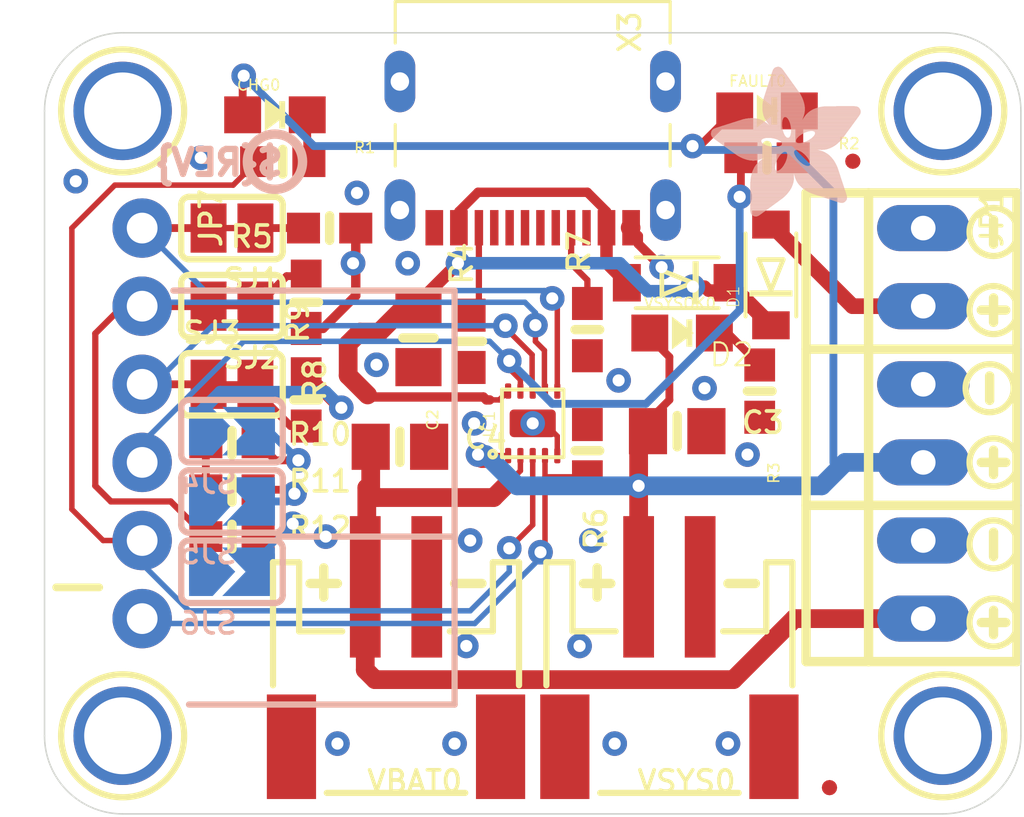
<source format=kicad_pcb>
(kicad_pcb (version 20241229) (generator "pcbnew") (generator_version "9.0")
  (layers (0 "F.Cu" signal) (2 "B.Cu" signal) (13 "F.Paste" user) (15 "B.Paste" user) (5 "F.SilkS" user "F.Silkscreen") (7 "B.SilkS" user "B.Silkscreen") (1 "F.Mask" user) (3 "B.Mask" user) (25 "Edge.Cuts" user))
  (net 0 "")
  (net 1 "N$1")
  (net 2 "N$2")
  (net 3 "5.0V")
  (net 4 "STAT1")
  (net 5 "STAT2")
  (net 6 "GND")
  (net 7 "N$12")
  (net 8 "VBAT")
  (net 9 "VBUS")
  (net 10 "THERM")
  (net 11 "/CE")
  (net 12 "N$4")
  (net 13 "N$6")
  (net 14 "ISET")
  (net 15 "VSET")
  (net 16 "N$3")
  (net 17 "N$5")
  (net 18 "N$7")
  (net 19 "N$8")
  (net 20 "N$9")
  (net 21 "N$10")
  (net 22 "USB")
  (net 23 "N$11")
  (footprint "Adafruit bq25185 Breakout:CHIPLED_0805_NOOUTLINE" (layer "F.Cu") (at 153.3591 102.0666 -90)
    (property "Reference" "VSYSOK0" (at -0.762 1.27 0) (layer "F.SilkS") (effects (font (size 0.35308 0.35308) (thickness 0.05332)) (justify left bottom)))
    (property "Value" "GREEN")
    (pad "A" smd rect (at 0 1.05 270) (size 1.2 1.2) (layers "F.Cu" "F.Mask" "F.Paste") (net 3 "5.0V"))
    (pad "C" smd rect (at 0 -1.05 270) (size 1.2 1.2) (layers "F.Cu" "F.Mask" "F.Paste") (net 7 "N$12"))
  )
  (footprint "Adafruit bq25185 Breakout:0603-NO" (layer "F.Cu") (at 138.7221 105.6386)
    (property "Reference" "R10" (at 1.778 0.127 0) (layer "F.SilkS") (effects (font (size 0.692831 0.692831) (thickness 0.119969)) (justify left bottom)))
    (property "Value" "300")
    (pad "1" smd rect (at -0.85 0) (size 1.075 1) (layers "F.Cu" "F.Mask" "F.Paste") (net 14 "ISET"))
    (pad "2" smd rect (at 0.85 0) (size 1.075 1) (layers "F.Cu" "F.Mask" "F.Paste") (net 19 "N$8"))
  )
  (footprint "Adafruit bq25185 Breakout:MOUNTINGHOLE_2.5_PLATED" (layer "F.Cu") (at 135.1661 115.1636)
    (property "Reference" "U$19" (hide yes))
    (property "Value" "MOUNTINGHOLE2.5" (hide yes))
    (pad "P$1" thru_hole circle (at 0 0) (size 3.2 3.2) (drill 2.5) (layers "*.Cu" "*.Mask"))
  )
  (footprint "Adafruit bq25185 Breakout:SYMBOL_PLUS" (layer "F.Cu") (at 163.4871 111.4806)
    (property "Reference" "U$28" (hide yes))
    (property "Value" "" (hide yes))
  )
  (footprint "Adafruit bq25185 Breakout:PLABEL5" (layer "F.Cu") (at 132.8801 98.6536)
    (property "Reference" "PLABEL5" (hide yes))
    (property "Value" "" (hide yes))
  )
  (footprint "Adafruit bq25185 Breakout:0603-NO" (layer "F.Cu") (at 156.1211 96.3676)
    (property "Reference" "R2" (at 2.286 -0.254 0) (layer "F.SilkS") (effects (font (size 0.35308 0.35308) (thickness 0.05332)) (justify left bottom)))
    (property "Value" "1K")
    (pad "1" smd rect (at -0.85 0) (size 1.075 1) (layers "F.Cu" "F.Mask" "F.Paste") (net 4 "STAT1"))
    (pad "2" smd rect (at 0.85 0) (size 1.075 1) (layers "F.Cu" "F.Mask" "F.Paste") (net 2 "N$2"))
  )
  (footprint "Adafruit bq25185 Breakout:USB_C_CUSB31-CFM2AX-01-X" (layer "F.Cu") (at 148.5011 96.3676 180)
    (property "Reference" "X3" (at -2.75 4.83 90) (layer "F.SilkS") (effects (font (size 0.692831 0.692831) (thickness 0.119969)) (justify right top)))
    (property "Value" "USBC")
    (pad "" np_thru_hole circle (at -2.89 -1.2 180) (size 0.65 0.65) (drill 0.65) (layers "*.Cu" "*.Mask"))
    (pad "" np_thru_hole circle (at 2.89 -1.2 180) (size 0.65 0.65) (drill 0.65) (layers "*.Cu" "*.Mask"))
    (pad "A1B12" smd rect (at -3.2 -2.275 180) (size 0.575 1.15) (layers "F.Cu" "F.Mask") (net 6 "GND"))
    (pad "A4B9" smd rect (at -2.4 -2.275 180) (size 0.575 1.15) (layers "F.Cu" "F.Mask") (net 22 "USB"))
    (pad "A5" smd rect (at -1.25 -2.275 180) (size 0.275 1.15) (layers "F.Cu" "F.Mask" "F.Paste") (net 13 "N$6"))
    (pad "A6" smd rect (at -0.25 -2.275 180) (size 0.275 1.15) (layers "F.Cu" "F.Mask" "F.Paste"))
    (pad "A7" smd rect (at 0.25 -2.275 180) (size 0.275 1.15) (layers "F.Cu" "F.Mask" "F.Paste"))
    (pad "A8" smd rect (at 1.25 -2.275 180) (size 0.275 1.15) (layers "F.Cu" "F.Mask" "F.Paste"))
    (pad "B1A12" smd rect (at 3.2 -2.275 180) (size 0.575 1.15) (layers "F.Cu" "F.Mask") (net 6 "GND"))
    (pad "B4A9" smd rect (at 2.4 -2.275 180) (size 0.575 1.15) (layers "F.Cu" "F.Mask") (net 22 "USB"))
    (pad "B5" smd rect (at 1.75 -2.275 180) (size 0.275 1.15) (layers "F.Cu" "F.Mask" "F.Paste") (net 12 "N$4"))
    (pad "B6" smd rect (at 0.75 -2.275 180) (size 0.275 1.15) (layers "F.Cu" "F.Mask" "F.Paste"))
    (pad "B7" smd rect (at -0.75 -2.275 180) (size 0.275 1.15) (layers "F.Cu" "F.Mask" "F.Paste"))
    (pad "B8" smd rect (at -1.75 -2.275 180) (size 0.275 1.15) (layers "F.Cu" "F.Mask" "F.Paste"))
    (pad "M1" thru_hole oval (at -4.32 -1.7 270) (size 2 1) (drill 0.6) (layers "*.Cu" "*.Mask"))
    (pad "M2" thru_hole oval (at 4.32 -1.7 270) (size 2 1) (drill 0.6) (layers "*.Cu" "*.Mask"))
    (pad "M3" thru_hole oval (at -4.32 2.48 270) (size 2 1) (drill 0.6) (layers "*.Cu" "*.Mask"))
    (pad "M4" thru_hole oval (at 4.32 2.48 270) (size 2 1) (drill 0.6) (layers "*.Cu" "*.Mask"))
  )
  (footprint "Adafruit bq25185 Breakout:PLABEL12" (layer "F.Cu") (at 133.0071 108.8136)
    (property "Reference" "PLABEL12" (hide yes))
    (property "Value" "" (hide yes))
  )
  (footprint "Adafruit bq25185 Breakout:SYMBOL_MINUS" (layer "F.Cu") (at 163.4871 108.9406 90)
    (property "Reference" "U$26" (hide yes))
    (property "Value" "" (hide yes))
  )
  (footprint "Adafruit bq25185 Breakout:0603-NO" (layer "F.Cu") (at 140.3731 96.4946)
    (property "Reference" "R1" (at 2.286 -0.254 0) (layer "F.SilkS") (effects (font (size 0.35308 0.35308) (thickness 0.05332)) (justify left bottom)))
    (property "Value" "1K")
    (pad "1" smd rect (at -0.85 0) (size 1.075 1) (layers "F.Cu" "F.Mask" "F.Paste") (net 5 "STAT2"))
    (pad "2" smd rect (at 0.85 0) (size 1.075 1) (layers "F.Cu" "F.Mask" "F.Paste") (net 1 "N$1"))
  )
  (footprint "Adafruit bq25185 Breakout:1X06_ROUND_76" (layer "F.Cu") (at 135.8011 105.0036 -90)
    (property "Reference" "JP7" (at -7.6962 -1.8288 90) (layer "F.SilkS") (effects (font (size 0.692831 0.692831) (thickness 0.119969)) (justify right top)))
    (property "Value" "")
    (pad "1" thru_hole circle (at -6.35 0) (size 1.9304 1.9304) (drill 1) (layers "*.Cu" "*.Mask") (net 10 "THERM"))
    (pad "2" thru_hole circle (at -3.81 0) (size 1.9304 1.9304) (drill 1) (layers "*.Cu" "*.Mask") (net 15 "VSET"))
    (pad "3" thru_hole circle (at -1.27 0) (size 1.9304 1.9304) (drill 1) (layers "*.Cu" "*.Mask") (net 14 "ISET"))
    (pad "4" thru_hole circle (at 1.27 0) (size 1.9304 1.9304) (drill 1) (layers "*.Cu" "*.Mask") (net 4 "STAT1"))
    (pad "5" thru_hole circle (at 3.81 0) (size 1.9304 1.9304) (drill 1) (layers "*.Cu" "*.Mask") (net 5 "STAT2"))
    (pad "6" thru_hole circle (at 6.35 0) (size 1.9304 1.9304) (drill 1) (layers "*.Cu" "*.Mask") (net 11 "/CE"))
  )
  (footprint "Adafruit bq25185 Breakout:SOD-123FL" (layer "F.Cu") (at 156.2481 100.1776 90)
    (property "Reference" "D1" (at -1.1 -1 90) (layer "F.SilkS") (effects (font (size 0.376489 0.376489) (thickness 0.029911)) (justify left bottom)))
    (property "Value" "MBRX120")
    (pad "A" smd rect (at 1.6375 0 90) (size 0.91 1.22) (layers "F.Cu" "F.Mask" "F.Paste") (net 23 "N$11"))
    (pad "C" smd rect (at -1.6375 0 90) (size 0.91 1.22) (layers "F.Cu" "F.Mask" "F.Paste") (net 9 "VBUS"))
  )
  (footprint "Adafruit bq25185 Breakout:0805-NO" (layer "F.Cu") (at 144.1831 105.7656)
    (property "Reference" "C4" (at 2.032 0.127 0) (layer "F.SilkS") (effects (font (size 0.692831 0.692831) (thickness 0.119969)) (justify left bottom)))
    (property "Value" "22uF")
    (pad "1" smd rect (at -0.95 0) (size 1.24 1.5) (layers "F.Cu" "F.Mask" "F.Paste") (net 8 "VBAT"))
    (pad "2" smd rect (at 0.95 0) (size 1.24 1.5) (layers "F.Cu" "F.Mask" "F.Paste") (net 6 "GND"))
  )
  (footprint "Adafruit bq25185 Breakout:SYMBOL_PLUS" (layer "F.Cu") (at 163.4871 106.2736)
    (property "Reference" "U$23" (hide yes))
    (property "Value" "" (hide yes))
  )
  (footprint "Adafruit bq25185 Breakout:PLABEL14" (layer "F.Cu") (at 139.2301 117.3226 90)
    (property "Reference" "PLABEL14" (hide yes))
    (property "Value" "" (hide yes))
  )
  (footprint "Adafruit bq25185 Breakout:PLABEL0" (layer "F.Cu") (at 151.1681 107.7976)
    (property "Reference" "PLABEL0" (hide yes))
    (property "Value" "" (hide yes))
  )
  (footprint "Adafruit bq25185 Breakout:SOLDERJUMPER_CLOSEDWIRE" (layer "F.Cu") (at 138.7221 103.7336)
    (property "Reference" "SJ3" (at -1.651 -1.27 0) (layer "F.SilkS") (effects (font (size 0.692831 0.692831) (thickness 0.119969)) (justify left bottom)))
    (property "Value" "")
    (pad "1" smd rect (at -0.762 0) (size 1.1684 1.6002) (layers "F.Cu") (net 14 "ISET"))
    (pad "2" smd rect (at 0.762 0) (size 1.1684 1.6002) (layers "F.Cu") (net 18 "N$7"))
    (pad "WIRE" smd rect (at 0 0 180) (size 0.635 0.2032) (layers "F.Cu"))
  )
  (footprint "Adafruit bq25185 Breakout:JSTPH2_BATT" (layer "F.Cu") (at 152.9461 112.6236 180)
    (property "Reference" "VSYS0" (at -2.2225 -3.6195 0) (layer "F.SilkS") (effects (font (size 0.692831 0.692831) (thickness 0.119969)) (justify right top)))
    (property "Value" "JST2PH")
    (pad "1" smd rect (at -1 2.303 180) (size 1 4.6) (layers "F.Cu" "F.Mask" "F.Paste") (net 6 "GND"))
    (pad "2" smd rect (at 1 2.303 180) (size 1 4.6) (layers "F.Cu" "F.Mask" "F.Paste") (net 3 "5.0V"))
    (pad "NC1" smd rect (at -3.4 -2.897 270) (size 3.4 1.6) (layers "F.Cu" "F.Mask" "F.Paste") (net 6 "GND"))
    (pad "NC2" smd rect (at 3.4 -2.897 270) (size 3.4 1.6) (layers "F.Cu" "F.Mask" "F.Paste") (net 6 "GND"))
  )
  (footprint "Adafruit bq25185 Breakout:SYMBOL_MINUS" (layer "F.Cu") (at 163.4871 98.7806 90)
    (property "Reference" "U$25" (hide yes))
    (property "Value" "" (hide yes))
  )
  (footprint "Adafruit bq25185 Breakout:PLABEL2" (layer "F.Cu") (at 151.5031 104.2876)
    (property "Reference" "PLABEL2" (hide yes))
    (property "Value" "" (hide yes))
  )
  (footprint "Adafruit bq25185 Breakout:CHIPLED_0805_NOOUTLINE" (layer "F.Cu") (at 156.1211 94.8436 -90)
    (property "Reference" "FAULT0" (at -0.762 1.27 0) (layer "F.SilkS") (effects (font (size 0.35308 0.35308) (thickness 0.05332)) (justify left bottom)))
    (property "Value" "RED")
    (pad "A" smd rect (at 0 1.05 270) (size 1.2 1.2) (layers "F.Cu" "F.Mask" "F.Paste") (net 3 "5.0V"))
    (pad "C" smd rect (at 0 -1.05 270) (size 1.2 1.2) (layers "F.Cu" "F.Mask" "F.Paste") (net 2 "N$2"))
  )
  (footprint "Adafruit bq25185 Breakout:0603-NO" (layer "F.Cu") (at 141.1351 101.0666 -90)
    (property "Reference" "R8" (at 1.778 0.127 90) (layer "F.SilkS") (effects (font (size 0.692831 0.692831) (thickness 0.119969)) (justify right top)))
    (property "Value" "13K")
    (pad "1" smd rect (at -0.85 0 270) (size 1.075 1) (layers "F.Cu" "F.Mask" "F.Paste") (net 16 "N$3"))
    (pad "2" smd rect (at 0.85 0 270) (size 1.075 1) (layers "F.Cu" "F.Mask" "F.Paste") (net 6 "GND"))
  )
  (footprint "Adafruit bq25185 Breakout:SYMBOL_MINUS" (layer "F.Cu") (at 163.3601 103.8606 90)
    (property "Reference" "U$24" (hide yes))
    (property "Value" "" (hide yes))
  )
  (footprint "Adafruit bq25185 Breakout:CHIPLED_0805_NOOUTLINE" (layer "F.Cu") (at 140.1191 94.9706 -90)
    (property "Reference" "CHG0" (at -0.762 1.27 0) (layer "F.SilkS") (effects (font (size 0.35308 0.35308) (thickness 0.05332)) (justify left bottom)))
    (property "Value" "ORANGE" (hide yes))
    (pad "A" smd rect (at 0 1.05 270) (size 1.2 1.2) (layers "F.Cu" "F.Mask" "F.Paste") (net 3 "5.0V"))
    (pad "C" smd rect (at 0 -1.05 270) (size 1.2 1.2) (layers "F.Cu" "F.Mask" "F.Paste") (net 1 "N$1"))
  )
  (footprint "Adafruit bq25185 Breakout:0603-NO" (layer "F.Cu") (at 150.2791 101.9556 90)
    (property "Reference" "R7" (at 1.778 0.127 90) (layer "F.SilkS") (effects (font (size 0.692831 0.692831) (thickness 0.119969)) (justify left bottom)))
    (property "Value" "5.1K")
    (pad "1" smd rect (at -0.85 0 90) (size 1.075 1) (layers "F.Cu" "F.Mask" "F.Paste") (net 6 "GND"))
    (pad "2" smd rect (at 0.85 0 90) (size 1.075 1) (layers "F.Cu" "F.Mask" "F.Paste") (net 13 "N$6"))
  )
  (footprint "Adafruit bq25185 Breakout:SOLDERJUMPER_CLOSEDWIRE" (layer "F.Cu") (at 138.7221 101.1936 180)
    (property "Reference" "SJ2" (at -1.651 -1.27 0) (layer "F.SilkS") (effects (font (size 0.692831 0.692831) (thickness 0.119969)) (justify right top)))
    (property "Value" "")
    (pad "1" smd rect (at -0.762 0 180) (size 1.1684 1.6002) (layers "F.Cu") (net 16 "N$3"))
    (pad "2" smd rect (at 0.762 0 180) (size 1.1684 1.6002) (layers "F.Cu") (net 15 "VSET"))
    (pad "WIRE" smd rect (at 0 0) (size 0.635 0.2032) (layers "F.Cu"))
  )
  (footprint "Adafruit bq25185 Breakout:1X06_OVALWAVE" (layer "F.Cu") (at 161.2011 105.0036 -90)
    (property "Reference" "JP1" (at -7.6962 -1.8288 90) (layer "F.SilkS") (effects (font (size 0.692831 0.692831) (thickness 0.119969)) (justify right top)))
    (property "Value" "")
    (pad "1" thru_hole oval (at -6.35 0) (size 3 1.5) (drill 0.8) (layers "*.Cu" "*.Mask") (net 6 "GND"))
    (pad "2" thru_hole oval (at -3.81 0) (size 3 1.5) (drill 0.8) (layers "*.Cu" "*.Mask") (net 23 "N$11"))
    (pad "3" thru_hole oval (at -1.27 0) (size 3 1.5) (drill 0.8) (layers "*.Cu" "*.Mask") (net 6 "GND"))
    (pad "4" thru_hole oval (at 1.27 0) (size 3 1.5) (drill 0.8) (layers "*.Cu" "*.Mask") (net 3 "5.0V"))
    (pad "5" thru_hole oval (at 3.81 0) (size 3 1.5) (drill 0.8) (layers "*.Cu" "*.Mask") (net 6 "GND"))
    (pad "6" thru_hole oval (at 6.35 0) (size 3 1.5) (drill 0.8) (layers "*.Cu" "*.Mask") (net 8 "VBAT"))
  )
  (footprint "Adafruit bq25185 Breakout:0805-NO" (layer "F.Cu") (at 144.7861 102.2256 -90)
    (property "Reference" "C2" (at 2.286 -0.254 90) (layer "F.SilkS") (effects (font (size 0.35308 0.35308) (thickness 0.05332)) (justify right top)))
    (property "Value" "22uF")
    (pad "1" smd rect (at -0.95 0 270) (size 1.24 1.5) (layers "F.Cu" "F.Mask" "F.Paste") (net 9 "VBUS"))
    (pad "2" smd rect (at 0.95 0 270) (size 1.24 1.5) (layers "F.Cu" "F.Mask" "F.Paste") (net 6 "GND"))
  )
  (footprint "Adafruit bq25185 Breakout:0603-NO" (layer "F.Cu") (at 141.8971 98.6536 180)
    (property "Reference" "R5" (at 1.778 0.127 0) (layer "F.SilkS") (effects (font (size 0.692831 0.692831) (thickness 0.119969)) (justify right top)))
    (property "Value" "10K")
    (pad "1" smd rect (at -0.85 0 180) (size 1.075 1) (layers "F.Cu" "F.Mask" "F.Paste") (net 6 "GND"))
    (pad "2" smd rect (at 0.85 0 180) (size 1.075 1) (layers "F.Cu" "F.Mask" "F.Paste") (net 17 "N$5"))
  )
  (footprint "Adafruit bq25185 Breakout:PLABEL11" (layer "F.Cu") (at 133.0071 106.2736)
    (property "Reference" "PLABEL11" (hide yes))
    (property "Value" "" (hide yes))
  )
  (footprint "Adafruit bq25185 Breakout:PLABEL1" (layer "F.Cu") (at 141.7701 107.9246)
    (property "Reference" "PLABEL1" (hide yes))
    (property "Value" "" (hide yes))
  )
  (footprint "Adafruit bq25185 Breakout:0603-NO" (layer "F.Cu") (at 150.2791 105.8926 -90)
    (property "Reference" "R6" (at 1.778 0.127 90) (layer "F.SilkS") (effects (font (size 0.692831 0.692831) (thickness 0.119969)) (justify right top)))
    (property "Value" "10K")
    (pad "1" smd rect (at -0.85 0 270) (size 1.075 1) (layers "F.Cu" "F.Mask" "F.Paste") (net 6 "GND"))
    (pad "2" smd rect (at 0.85 0 270) (size 1.075 1) (layers "F.Cu" "F.Mask" "F.Paste") (net 11 "/CE"))
  )
  (footprint "Adafruit bq25185 Breakout:MOUNTINGHOLE_2.5_PLATED" (layer "F.Cu") (at 161.8361 115.1636)
    (property "Reference" "U$11" (hide yes))
    (property "Value" "MOUNTINGHOLE2.5" (hide yes))
    (pad "P$1" thru_hole circle (at 0 0) (size 3.2 3.2) (drill 2.5) (layers "*.Cu" "*.Mask"))
  )
  (footprint "Adafruit bq25185 Breakout:WSON10" (layer "F.Cu") (at 148.5011 105.0036 90)
    (property "Reference" "IC1" (at -0.5 -1.2 90) (layer "F.SilkS") (effects (font (size 0.363484 0.363484) (thickness 0.042916)) (justify left bottom)))
    (property "Value" "BQ25185")
    (pad "1" smd roundrect (at -1.05 -0.8 180) (size 0.2 0.5) (layers "F.Cu" "F.Mask" "F.Paste") (net 3 "5.0V"))
    (pad "2" smd roundrect (at -1.05 -0.4 180) (size 0.2 0.5) (layers "F.Cu" "F.Mask" "F.Paste") (net 8 "VBAT"))
    (pad "3" smd roundrect (at -1.05 0 180) (size 0.2 0.5) (layers "F.Cu" "F.Mask" "F.Paste") (net 5 "STAT2"))
    (pad "4" smd roundrect (at -1.05 0.4 180) (size 0.2 0.5) (layers "F.Cu" "F.Mask" "F.Paste") (net 11 "/CE"))
    (pad "5" smd roundrect (at -1.05 0.8 180) (size 0.2 0.5) (layers "F.Cu" "F.Mask" "F.Paste") (net 6 "GND"))
    (pad "6" smd roundrect (at 1.05 0.8 180) (size 0.2 0.5) (layers "F.Cu" "F.Mask" "F.Paste") (net 10 "THERM"))
    (pad "7" smd roundrect (at 1.05 0.4 180) (size 0.2 0.5) (layers "F.Cu" "F.Mask" "F.Paste") (net 15 "VSET"))
    (pad "8" smd roundrect (at 1.05 0 180) (size 0.2 0.5) (layers "F.Cu" "F.Mask" "F.Paste") (net 14 "ISET"))
    (pad "9" smd roundrect (at 1.05 -0.4 180) (size 0.2 0.5) (layers "F.Cu" "F.Mask" "F.Paste") (net 4 "STAT1"))
    (pad "10" smd roundrect (at 1.05 -0.8 180) (size 0.2 0.5) (layers "F.Cu" "F.Mask" "F.Paste") (net 9 "VBUS"))
    (pad "PAD" smd roundrect (at 0 0 90) (size 0.9 1.5) (layers "F.Cu" "F.Mask" "F.Paste") (roundrect_rratio 0.15) (net 6 "GND"))
  )
  (footprint "Adafruit bq25185 Breakout:MOUNTINGHOLE_2.5_PLATED" (layer "F.Cu") (at 135.1661 94.8436)
    (property "Reference" "U$18" (hide yes))
    (property "Value" "MOUNTINGHOLE2.5" (hide yes))
    (pad "P$1" thru_hole circle (at 0 0) (size 3.2 3.2) (drill 2.5) (layers "*.Cu" "*.Mask"))
  )
  (footprint "Adafruit bq25185 Breakout:FIDUCIAL_0.5MM" (layer "F.Cu") (at 158.9111 96.4796)
    (property "Reference" "JP4" (hide yes))
    (property "Value" "FIDUCIAL1.5X3" (hide yes))
    (pad "1" smd roundrect (at 0 0) (size 0.5 0.5) (layers "F.Cu" "F.Mask") (roundrect_rratio 0.5))
  )
  (footprint "Adafruit bq25185 Breakout:SOLDERJUMPER_CLOSEDWIRE" (layer "F.Cu") (at 138.7221 98.6536 180)
    (property "Reference" "SJ1" (at -1.651 -1.27 0) (layer "F.SilkS") (effects (font (size 0.692831 0.692831) (thickness 0.119969)) (justify right top)))
    (property "Value" "")
    (pad "1" smd rect (at -0.762 0 180) (size 1.1684 1.6002) (layers "F.Cu") (net 17 "N$5"))
    (pad "2" smd rect (at 0.762 0 180) (size 1.1684 1.6002) (layers "F.Cu") (net 10 "THERM"))
    (pad "WIRE" smd rect (at 0 0) (size 0.635 0.2032) (layers "F.Cu"))
  )
  (footprint "Adafruit bq25185 Breakout:0603-NO" (layer "F.Cu") (at 146.4691 102.3366 90)
    (property "Reference" "R4" (at 1.778 0.127 90) (layer "F.SilkS") (effects (font (size 0.692831 0.692831) (thickness 0.119969)) (justify left bottom)))
    (property "Value" "5.1K")
    (pad "1" smd rect (at -0.85 0 90) (size 1.075 1) (layers "F.Cu" "F.Mask" "F.Paste") (net 6 "GND"))
    (pad "2" smd rect (at 0.85 0 90) (size 1.075 1) (layers "F.Cu" "F.Mask" "F.Paste") (net 12 "N$4"))
  )
  (footprint "Adafruit bq25185 Breakout:FIDUCIAL_0.5MM" (layer "F.Cu") (at 158.1521 116.8496)
    (property "Reference" "JP2" (hide yes))
    (property "Value" "FIDUCIAL1.5X3" (hide yes))
    (pad "1" smd roundrect (at 0 0) (size 0.5 0.5) (layers "F.Cu" "F.Mask") (roundrect_rratio 0.5))
  )
  (footprint "Adafruit bq25185 Breakout:PLABEL13" (layer "F.Cu") (at 132.3721 111.2266)
    (property "Reference" "PLABEL13" (hide yes))
    (property "Value" "" (hide yes))
  )
  (footprint "Adafruit bq25185 Breakout:PLABEL6" (layer "F.Cu") (at 158.5341 110.0836 90)
    (property "Reference" "PLABEL6" (hide yes))
    (property "Value" "" (hide yes))
  )
  (footprint "Adafruit bq25185 Breakout:SYMBOL_PLUS" (layer "F.Cu") (at 163.4871 101.3206)
    (property "Reference" "U$27" (hide yes))
    (property "Value" "" (hide yes))
  )
  (footprint "Adafruit bq25185 Breakout:PLABEL3" (layer "F.Cu") (at 153.7081 93.9546)
    (property "Reference" "PLABEL3" (hide yes))
    (property "Value" "" (hide yes))
  )
  (footprint "Adafruit bq25185 Breakout:0805-NO" (layer "F.Cu") (at 153.2001 105.2576)
    (property "Reference" "C3" (at 2.032 0.127 0) (layer "F.SilkS") (effects (font (size 0.692831 0.692831) (thickness 0.119969)) (justify left bottom)))
    (property "Value" "22uF")
    (pad "1" smd rect (at -0.95 0) (size 1.24 1.5) (layers "F.Cu" "F.Mask" "F.Paste") (net 3 "5.0V"))
    (pad "2" smd rect (at 0.95 0) (size 1.24 1.5) (layers "F.Cu" "F.Mask" "F.Paste") (net 6 "GND"))
  )
  (footprint "Adafruit bq25185 Breakout:0603-NO" (layer "F.Cu") (at 155.8831 103.9556 -90)
    (property "Reference" "R3" (at 2.286 -0.254 90) (layer "F.SilkS") (effects (font (size 0.35308 0.35308) (thickness 0.05332)) (justify right top)))
    (property "Value" "1K")
    (pad "1" smd rect (at -0.85 0 270) (size 1.075 1) (layers "F.Cu" "F.Mask" "F.Paste") (net 7 "N$12"))
    (pad "2" smd rect (at 0.85 0 270) (size 1.075 1) (layers "F.Cu" "F.Mask" "F.Paste") (net 6 "GND"))
  )
  (footprint "Adafruit bq25185 Breakout:PLABEL9" (layer "F.Cu") (at 132.8801 101.1936)
    (property "Reference" "PLABEL9" (hide yes))
    (property "Value" "" (hide yes))
  )
  (footprint "Adafruit bq25185 Breakout:0603-NO" (layer "F.Cu") (at 138.7221 108.6866)
    (property "Reference" "R12" (at 1.778 0.127 0) (layer "F.SilkS") (effects (font (size 0.692831 0.692831) (thickness 0.119969)) (justify left bottom)))
    (property "Value" "5.1K")
    (pad "1" smd rect (at -0.85 0) (size 1.075 1) (layers "F.Cu" "F.Mask" "F.Paste") (net 15 "VSET"))
    (pad "2" smd rect (at 0.85 0) (size 1.075 1) (layers "F.Cu" "F.Mask" "F.Paste") (net 21 "N$10"))
  )
  (footprint "Adafruit bq25185 Breakout:0603-NO" (layer "F.Cu") (at 138.7221 107.1626)
    (property "Reference" "R11" (at 1.778 0.127 0) (layer "F.SilkS") (effects (font (size 0.692831 0.692831) (thickness 0.119969)) (justify left bottom)))
    (property "Value" "1200")
    (pad "1" smd rect (at -0.85 0) (size 1.075 1) (layers "F.Cu" "F.Mask" "F.Paste") (net 14 "ISET"))
    (pad "2" smd rect (at 0.85 0) (size 1.075 1) (layers "F.Cu" "F.Mask" "F.Paste") (net 20 "N$9"))
  )
  (footprint "Adafruit bq25185 Breakout:JSTPH2_BATT" (layer "F.Cu") (at 144.0561 112.6236 180)
    (property "Reference" "VBAT0" (at -2.2225 -3.6195 0) (layer "F.SilkS") (effects (font (size 0.692831 0.692831) (thickness 0.119969)) (justify right top)))
    (property "Value" "JST2PH")
    (pad "1" smd rect (at -1 2.303 180) (size 1 4.6) (layers "F.Cu" "F.Mask" "F.Paste") (net 6 "GND"))
    (pad "2" smd rect (at 1 2.303 180) (size 1 4.6) (layers "F.Cu" "F.Mask" "F.Paste") (net 8 "VBAT"))
    (pad "NC1" smd rect (at -3.4 -2.897 270) (size 3.4 1.6) (layers "F.Cu" "F.Mask" "F.Paste") (net 6 "GND"))
    (pad "NC2" smd rect (at 3.4 -2.897 270) (size 3.4 1.6) (layers "F.Cu" "F.Mask" "F.Paste") (net 6 "GND"))
  )
  (footprint "Adafruit bq25185 Breakout:PLABEL7" (layer "F.Cu") (at 158.5341 105.0036 90)
    (property "Reference" "PLABEL7" (hide yes))
    (property "Value" "" (hide yes))
  )
  (footprint "Adafruit bq25185 Breakout:PLABEL10" (layer "F.Cu") (at 133.1341 103.7336)
    (property "Reference" "PLABEL10" (hide yes))
    (property "Value" "" (hide yes))
  )
  (footprint "Adafruit bq25185 Breakout:PLABEL4" (layer "F.Cu") (at 137.3251 93.9546)
    (property "Reference" "PLABEL4" (hide yes))
    (property "Value" "" (hide yes))
  )
  (footprint "Adafruit bq25185 Breakout:SOD-123FL" (layer "F.Cu") (at 153.2001 100.4316 180)
    (property "Reference" "D2" (at -2.54 -1.905 0) (layer "F.SilkS") (effects (font (size 0.7455 0.7455) (thickness 0.0673)) (justify right top)))
    (property "Value" "MBRX120")
    (pad "A" smd rect (at 1.6375 0 180) (size 0.91 1.22) (layers "F.Cu" "F.Mask" "F.Paste") (net 22 "USB"))
    (pad "C" smd rect (at -1.6375 0 180) (size 0.91 1.22) (layers "F.Cu" "F.Mask" "F.Paste") (net 9 "VBUS"))
  )
  (footprint "Adafruit bq25185 Breakout:MOUNTINGHOLE_2.5_PLATED" (layer "F.Cu") (at 161.8361 94.8436)
    (property "Reference" "U$16" (hide yes))
    (property "Value" "MOUNTINGHOLE2.5" (hide yes))
    (pad "P$1" thru_hole circle (at 0 0) (size 3.2 3.2) (drill 2.5) (layers "*.Cu" "*.Mask"))
  )
  (footprint "Adafruit bq25185 Breakout:0603-NO" (layer "F.Cu") (at 141.1351 104.2416 90)
    (property "Reference" "R9" (at 1.778 0.127 90) (layer "F.SilkS") (effects (font (size 0.692831 0.692831) (thickness 0.119969)) (justify left bottom)))
    (property "Value" "600")
    (pad "1" smd rect (at -0.85 0 90) (size 1.075 1) (layers "F.Cu" "F.Mask" "F.Paste") (net 18 "N$7"))
    (pad "2" smd rect (at 0.85 0 90) (size 1.075 1) (layers "F.Cu" "F.Mask" "F.Paste") (net 6 "GND"))
  )
  (footprint "Adafruit bq25185 Breakout:PLABEL8" (layer "F.Cu") (at 158.5341 100.1776 90)
    (property "Reference" "PLABEL8" (hide yes))
    (property "Value" "" (hide yes))
  )
  (footprint "Adafruit bq25185 Breakout:PLABEL15" (layer "B.Cu") (at 140.6271 109.8296 180)
    (property "Reference" "PLABEL15" (hide yes))
    (property "Value" "" (hide yes))
  )
  (footprint "Adafruit bq25185 Breakout:PLABEL16" (layer "B.Cu") (at 140.7541 107.5436 180)
    (property "Reference" "PLABEL16" (hide yes))
    (property "Value" "" (hide yes))
  )
  (footprint "Adafruit bq25185 Breakout:PLABEL22" (layer "B.Cu") (at 152.4381 114.2746 180)
    (property "Reference" "PLABEL22" (hide yes))
    (property "Value" "" (hide yes))
  )
  (footprint "Adafruit bq25185 Breakout:SOLDERJUMPER_ARROW_NOPASTE" (layer "B.Cu") (at 138.7221 107.5436)
    (property "Reference" "SJ5" (at -1.778 1.27 0) (layer "B.SilkS") (effects (font (size 0.692831 0.692831) (thickness 0.119969)) (justify right top mirror)))
    (property "Value" "")
    (fp_poly (pts (xy 0.106121 -0.002663) (xy -0.679416 -0.7882) (xy -1.3946 -0.7882) (xy -1.3946 0.7882) (xy -0.62715 0.7882)) (fill yes) (layer "B.Cu"))
    (fp_poly (pts (xy 1.3946 -0.7882) (xy -0.315893 -0.7882) (xy 0.443148 0) (xy -0.315893 0.7882) (xy 1.3946 0.7882)) (fill yes) (layer "B.Cu"))
    (pad "1" smd roundrect (at -1.016 0) (size 0.762 1.524) (layers "B.Cu") (net 6 "GND"))
    (pad "2" smd roundrect (at 1.016 0) (size 0.762 1.524) (layers "B.Cu") (net 20 "N$9"))
  )
  (footprint "Adafruit bq25185 Breakout:PLABEL21" (layer "B.Cu") (at 152.9461 104.7496 180)
    (property "Reference" "PLABEL21" (hide yes))
    (property "Value" "" (hide yes))
  )
  (footprint "Adafruit bq25185 Breakout:PLABEL19" (layer "B.Cu") (at 145.7071 102.5906 180)
    (property "Reference" "PLABEL19" (hide yes))
    (property "Value" "" (hide yes))
  )
  (footprint "Adafruit bq25185 Breakout:PLABEL17" (layer "B.Cu") (at 140.6271 105.2576 180)
    (property "Reference" "PLABEL17" (hide yes))
    (property "Value" "" (hide yes))
  )
  (footprint "Adafruit bq25185 Breakout:SOLDERJUMPER_ARROW_NOPASTE" (layer "B.Cu") (at 138.7221 109.8296)
    (property "Reference" "SJ6" (at -1.778 1.27 0) (layer "B.SilkS") (effects (font (size 0.692831 0.692831) (thickness 0.119969)) (justify right top mirror)))
    (property "Value" "")
    (fp_poly (pts (xy 0.106121 -0.002663) (xy -0.679416 -0.7882) (xy -1.3946 -0.7882) (xy -1.3946 0.7882) (xy -0.62715 0.7882)) (fill yes) (layer "B.Cu"))
    (fp_poly (pts (xy 1.3946 -0.7882) (xy -0.315893 -0.7882) (xy 0.443148 0) (xy -0.315893 0.7882) (xy 1.3946 0.7882)) (fill yes) (layer "B.Cu"))
    (pad "1" smd roundrect (at -1.016 0) (size 0.762 1.524) (layers "B.Cu") (net 6 "GND"))
    (pad "2" smd roundrect (at 1.016 0) (size 0.762 1.524) (layers "B.Cu") (net 21 "N$10"))
  )
  (footprint "Adafruit bq25185 Breakout:PLABEL20" (layer "B.Cu") (at 148.3741 95.9866 180)
    (property "Reference" "PLABEL20" (hide yes))
    (property "Value" "" (hide yes))
  )
  (footprint "Adafruit bq25185 Breakout:ADAFRUIT_5MM" (layer "B.Cu") (at 159.1691 98.2726 180)
    (property "Reference" "U$46" (hide yes))
    (property "Value" "" (hide yes))
  )
  (footprint "Adafruit bq25185 Breakout:SOLDERJUMPER_ARROW_NOPASTE" (layer "B.Cu") (at 138.7221 105.2576)
    (property "Reference" "SJ4" (at -1.778 1.27 0) (layer "B.SilkS") (effects (font (size 0.692831 0.692831) (thickness 0.119969)) (justify right top mirror)))
    (property "Value" "")
    (fp_poly (pts (xy 0.106121 -0.002663) (xy -0.679416 -0.7882) (xy -1.3946 -0.7882) (xy -1.3946 0.7882) (xy -0.62715 0.7882)) (fill yes) (layer "B.Cu"))
    (fp_poly (pts (xy 1.3946 -0.7882) (xy -0.315893 -0.7882) (xy 0.443148 0) (xy -0.315893 0.7882) (xy 1.3946 0.7882)) (fill yes) (layer "B.Cu"))
    (pad "1" smd roundrect (at -1.016 0) (size 0.762 1.524) (layers "B.Cu") (net 6 "GND"))
    (pad "2" smd roundrect (at 1.016 0) (size 0.762 1.524) (layers "B.Cu") (net 19 "N$8"))
  )
  (footprint "Adafruit bq25185 Breakout:PLABEL18" (layer "B.Cu") (at 145.4531 112.3696 180)
    (property "Reference" "PLABEL18" (hide yes))
    (property "Value" "" (hide yes))
  )
  (footprint "Adafruit bq25185 Breakout:PCBFEAT-REV-040" (layer "B.Cu") (at 140.1191 96.4946 180)
    (property "Reference" "U$47" (hide yes))
    (property "Value" "" (hide yes))
    (fp_text user "${REV}" (at -0.3556 -0.508 0) (layer "B.SilkS") (effects (font (size 0.8128 0.8128) (thickness 0.2032)) (justify left bottom mirror)))
  )
  (gr_line (start 164.2491 102.5906) (end 164.2491 97.5106) (stroke (width 0.3048)) (layer "F.SilkS"))
  (gr_line (start 164.2491 102.5906) (end 164.2491 107.6706) (stroke (width 0.3048)) (layer "F.SilkS"))
  (gr_line (start 159.4231 97.5106) (end 157.3911 97.5106) (stroke (width 0.3048)) (layer "F.SilkS"))
  (gr_line (start 164.2491 112.7506) (end 164.2491 107.6706) (stroke (width 0.3048)) (layer "F.SilkS"))
  (gr_line (start 159.4231 112.7506) (end 164.2491 112.7506) (stroke (width 0.3048)) (layer "F.SilkS"))
  (gr_line (start 159.4231 97.5106) (end 164.2491 97.5106) (stroke (width 0.3048)) (layer "F.SilkS"))
  (gr_line (start 157.3911 97.5106) (end 157.3911 102.5906) (stroke (width 0.3048)) (layer "F.SilkS"))
  (gr_line (start 157.3911 102.5906) (end 157.3911 107.6706) (stroke (width 0.3048)) (layer "F.SilkS"))
  (gr_line (start 159.4231 112.7506) (end 157.3911 112.7506) (stroke (width 0.3048)) (layer "F.SilkS"))
  (gr_line (start 159.4231 107.6706) (end 159.4231 112.7506) (stroke (width 0.3048)) (layer "F.SilkS"))
  (gr_line (start 157.3911 107.6706) (end 159.4231 107.6706) (stroke (width 0.3048)) (layer "F.SilkS"))
  (gr_line (start 133.0071 110.3376) (end 134.4041 110.3376) (stroke (width 0.254)) (layer "F.SilkS"))
  (gr_line (start 157.3911 112.7506) (end 157.3911 107.6706) (stroke (width 0.3048)) (layer "F.SilkS"))
  (gr_line (start 159.4231 102.5906) (end 164.2491 102.5906) (stroke (width 0.3048)) (layer "F.SilkS"))
  (gr_line (start 159.4231 107.6706) (end 159.4231 102.5906) (stroke (width 0.3048)) (layer "F.SilkS"))
  (gr_line (start 164.2491 107.6706) (end 159.4231 107.6706) (stroke (width 0.3048)) (layer "F.SilkS"))
  (gr_line (start 159.4231 102.5906) (end 157.3911 102.5906) (stroke (width 0.3048)) (layer "F.SilkS"))
  (gr_line (start 159.4231 97.5106) (end 159.4231 102.5906) (stroke (width 0.3048)) (layer "F.SilkS"))
  (gr_line (start 145.9611 108.6866) (end 145.9611 100.6856) (stroke (width 0.2032)) (layer "B.SilkS"))
  (gr_line (start 145.9611 100.6856) (end 136.8171 100.6856) (stroke (width 0.2032)) (layer "B.SilkS"))
  (gr_line (start 140.2461 108.6866) (end 145.9611 108.6866) (stroke (width 0.2032)) (layer "B.SilkS"))
  (gr_line (start 145.9611 108.6866) (end 145.9611 114.1476) (stroke (width 0.2032)) (layer "B.SilkS"))
  (gr_line (start 145.9611 114.1476) (end 137.3251 114.1476) (stroke (width 0.2032)) (layer "B.SilkS"))
  (gr_line (start 135.1661 92.3036) (end 161.8361 92.3036) (stroke (width 0.05)) (layer "Edge.Cuts"))
  (gr_arc (start 135.1661 117.7036) (mid 133.370049 116.959651) (end 132.6261 115.1636) (stroke (width 0.05)) (layer "Edge.Cuts"))
  (gr_line (start 132.6261 115.1636) (end 132.6261 94.8436) (stroke (width 0.05)) (layer "Edge.Cuts"))
  (gr_arc (start 164.3761 115.1636) (mid 163.632151 116.959651) (end 161.8361 117.7036) (stroke (width 0.05)) (layer "Edge.Cuts"))
  (gr_line (start 161.8361 117.7036) (end 135.1661 117.7036) (stroke (width 0.05)) (layer "Edge.Cuts"))
  (gr_arc (start 132.6261 94.8436) (mid 133.370049 93.047549) (end 135.1661 92.3036) (stroke (width 0.05)) (layer "Edge.Cuts"))
  (gr_arc (start 161.8361 92.3036) (mid 163.632151 93.047549) (end 164.3761 94.8436) (stroke (width 0.05)) (layer "Edge.Cuts"))
  (gr_line (start 164.3761 94.8436) (end 164.3761 115.1636) (stroke (width 0.05)) (layer "Edge.Cuts"))
  (segment (start 141.1691 96.4406) (end 141.2231 96.4946) (width 0.254) (layer "F.Cu") (net 1))
  (segment (start 141.1691 94.9706) (end 141.1691 96.4406) (width 0.254) (layer "F.Cu") (net 1))
  (segment (start 157.1711 94.8436) (end 157.1711 96.1676) (width 0.254) (layer "F.Cu") (net 2))
  (segment (start 157.1711 96.1676) (end 156.9711 96.3676) (width 0.254) (layer "F.Cu") (net 2))
  (segment (start 147.7011 106.0536) (end 146.8841 106.0536) (width 0.1778) (layer "F.Cu") (net 3))
  (segment (start 139.1031 93.7006) (end 139.0691 93.734597) (width 0.254) (layer "F.Cu") (net 3))
  (segment (start 146.8841 106.0536) (end 146.9771 106.1466) (width 0.1778) (layer "F.Cu") (net 3))
  (segment (start 152.9461 104.2416) (end 152.2501 104.9376) (width 0.254) (layer "F.Cu") (net 3))
  (segment (start 151.9461 110.3206) (end 151.9461 107.0356) (width 0.6096) (layer "F.Cu") (net 3))
  (segment (start 152.9461 102.8446) (end 152.3091 102.2076) (width 0.254) (layer "F.Cu") (net 3))
  (segment (start 152.9461 104.2416) (end 152.9461 102.8446) (width 0.254) (layer "F.Cu") (net 3))
  (segment (start 153.9281 95.9866) (end 153.69895 95.9866) (width 0.254) (layer "F.Cu") (net 3))
  (segment (start 151.9461 105.5616) (end 152.2501 105.2576) (width 0.6096) (layer "F.Cu") (net 3))
  (segment (start 146.8501 106.1466) (end 146.7231 106.0196) (width 0.6096) (layer "F.Cu") (net 3))
  (segment (start 139.0691 93.734597) (end 139.0691 94.9706) (width 0.254) (layer "F.Cu") (net 3))
  (segment (start 152.3091 102.2076) (end 152.3091 102.0666) (width 0.254) (layer "F.Cu") (net 3))
  (segment (start 151.9461 107.0356) (end 151.9461 105.5616) (width 0.6096) (layer "F.Cu") (net 3))
  (segment (start 155.0711 94.8436) (end 153.9281 95.9866) (width 0.254) (layer "F.Cu") (net 3))
  (segment (start 152.2501 105.2576) (end 152.2501 104.9376) (width 0.254) (layer "F.Cu") (net 3))
  (segment (start 146.9771 106.1466) (end 146.8501 106.1466) (width 0.6096) (layer "F.Cu") (net 3))
  (via (at 146.7231 106.0196) (size 0.8001) (drill 0.3937) (layers "F.Cu" "B.Cu") (net 3))
  (via (at 151.9461 107.0356) (size 0.8001) (drill 0.3937) (layers "F.Cu" "B.Cu") (net 3))
  (via (at 139.1031 93.7006) (size 0.8001) (drill 0.3937) (layers "F.Cu" "B.Cu") (net 3))
  (via (at 153.69895 95.9866) (size 0.8001) (drill 0.3937) (layers "F.Cu" "B.Cu") (net 3))
  (segment (start 153.69895 95.9866) (end 141.3891 95.9866) (width 0.254) (layer "B.Cu") (net 3))
  (segment (start 141.3891 95.9866) (end 139.1031 93.7006) (width 0.254) (layer "B.Cu") (net 3))
  (segment (start 151.9461 107.0356) (end 157.8991 107.0356) (width 0.6096) (layer "B.Cu") (net 3))
  (segment (start 146.7231 106.0196) (end 146.9771 106.0196) (width 0.6096) (layer "B.Cu") (net 3))
  (segment (start 153.69895 95.9866) (end 153.82595 96.1136) (width 0.254) (layer "B.Cu") (net 3))
  (segment (start 157.8991 107.0356) (end 158.6611 106.2736) (width 0.6096) (layer "B.Cu") (net 3))
  (segment (start 147.9931 107.0356) (end 146.9771 106.0196) (width 0.6096) (layer "B.Cu") (net 3))
  (segment (start 158.6611 106.2736) (end 161.2011 106.2736) (width 0.6096) (layer "B.Cu") (net 3))
  (segment (start 158.2801 97.5106) (end 158.2801 106.2736) (width 0.254) (layer "B.Cu") (net 3))
  (segment (start 147.9931 107.0356) (end 151.9461 107.0356) (width 0.6096) (layer "B.Cu") (net 3))
  (segment (start 156.8831 96.1136) (end 153.82595 96.1136) (width 0.254) (layer "B.Cu") (net 3))
  (segment (start 158.2801 97.5106) (end 156.8831 96.1136) (width 0.254) (layer "B.Cu") (net 3))
  (segment (start 158.2801 106.2736) (end 158.6611 106.2736) (width 0.254) (layer "B.Cu") (net 3))
  (segment (start 148.1011 103.9536) (end 148.1011 103.5876) (width 0.1778) (layer "F.Cu") (net 4))
  (segment (start 155.2711 97.5986) (end 155.2321 97.6376) (width 0.254) (layer "F.Cu") (net 4))
  (segment (start 148.1011 103.5876) (end 147.7391 103.2256) (width 0.1778) (layer "F.Cu") (net 4))
  (segment (start 155.2711 96.3676) (end 155.2711 97.5986) (width 0.254) (layer "F.Cu") (net 4))
  (segment (start 147.7391 102.9716) (end 147.7391 103.2256) (width 0.1778) (layer "F.Cu") (net 4))
  (via (at 155.2321 97.6376) (size 0.8001) (drill 0.3937) (layers "F.Cu" "B.Cu") (net 4))
  (via (at 147.7391 102.9716) (size 0.8001) (drill 0.3937) (layers "F.Cu" "B.Cu") (net 4))
  (segment (start 147.7391 102.9716) (end 147.1041 102.3366) (width 0.1778) (layer "B.Cu") (net 4))
  (segment (start 152.1841 104.3686) (end 149.1361 104.3686) (width 0.254) (layer "B.Cu") (net 4))
  (segment (start 139.1031 102.3366) (end 135.8011 105.6386) (width 0.1778) (layer "B.Cu") (net 4))
  (segment (start 135.8011 106.2736) (end 135.8011 105.6386) (width 0.1778) (layer "B.Cu") (net 4))
  (segment (start 149.1361 104.3686) (end 147.7391 102.9716) (width 0.254) (layer "B.Cu") (net 4))
  (segment (start 155.2321 101.3206) (end 152.1841 104.3686) (width 0.254) (layer "B.Cu") (net 4))
  (segment (start 147.1041 102.3366) (end 139.1031 102.3366) (width 0.1778) (layer "B.Cu") (net 4))
  (segment (start 155.2321 97.6376) (end 155.2321 101.3206) (width 0.254) (layer "B.Cu") (net 4))
  (segment (start 148.5011 108.3056) (end 147.7391 109.0676) (width 0.1778) (layer "F.Cu") (net 5))
  (segment (start 148.5011 106.0536) (end 148.5011 108.3056) (width 0.1778) (layer "F.Cu") (net 5))
  (segment (start 138.7611 97.2566) (end 139.5231 96.4946) (width 0.1778) (layer "F.Cu") (net 5))
  (segment (start 135.8011 108.8136) (end 134.5311 108.8136) (width 0.1778) (layer "F.Cu") (net 5))
  (segment (start 134.9121 97.2566) (end 138.7611 97.2566) (width 0.1778) (layer "F.Cu") (net 5))
  (segment (start 134.5311 108.8136) (end 133.5151 107.7976) (width 0.1778) (layer "F.Cu") (net 5))
  (segment (start 133.5151 98.6536) (end 134.9121 97.2566) (width 0.1778) (layer "F.Cu") (net 5))
  (segment (start 133.5151 107.7976) (end 133.5151 98.6536) (width 0.1778) (layer "F.Cu") (net 5))
  (via (at 147.7391 109.0676) (size 0.8001) (drill 0.3937) (layers "F.Cu" "B.Cu") (net 5))
  (segment (start 137.3251 111.0996) (end 135.8011 109.5756) (width 0.1778) (layer "B.Cu") (net 5))
  (segment (start 135.8011 109.5756) (end 135.8011 108.8136) (width 0.1778) (layer "B.Cu") (net 5))
  (segment (start 146.4691 111.0996) (end 137.3251 111.0996) (width 0.1778) (layer "B.Cu") (net 5))
  (segment (start 147.7391 109.0676) (end 147.7391 109.8296) (width 0.1778) (layer "B.Cu") (net 5))
  (segment (start 147.7391 109.8296) (end 146.4691 111.0996) (width 0.1778) (layer "B.Cu") (net 5))
  (segment (start 142.7471 100.8516) (end 142.7471 98.6536) (width 0.3048) (layer "F.Cu") (net 6))
  (segment (start 152.6921 99.9236) (end 151.9369 99.1684) (width 0.3048) (layer "F.Cu") (net 6))
  (segment (start 142.2391 104.4956) (end 142.2781 104.4956) (width 0.4064) (layer "F.Cu") (net 6))
  (segment (start 151.6712 98.6426) (end 151.9369 98.9083) (width 0.3048) (layer "F.Cu") (net 6))
  (segment (start 151.7011 98.6426) (end 151.6712 98.6426) (width 0.6096) (layer "F.Cu") (net 6))
  (segment (start 149.3011 106.0536) (end 149.3011 105.4226) (width 0.1778) (layer "F.Cu") (net 6))
  (segment (start 141.1351 103.3916) (end 142.2391 104.4956) (width 0.4064) (layer "F.Cu") (net 6))
  (segment (start 142.7471 100.8516) (end 141.6821 101.9166) (width 0.3048) (layer "F.Cu") (net 6))
  (segment (start 151.9369 98.9083) (end 151.9369 99.1684) (width 0.3048) (layer "F.Cu") (net 6))
  (segment (start 141.1351 101.9166) (end 141.6821 101.9166) (width 0.3048) (layer "F.Cu") (net 6))
  (segment (start 148.8821 105.0036) (end 148.5011 105.0036) (width 0.1778) (layer "F.Cu") (net 6))
  (segment (start 149.3011 105.4226) (end 148.8821 105.0036) (width 0.1778) (layer "F.Cu") (net 6))
  (via (at 154.0891 103.8606) (size 0.8001) (drill 0.3937) (layers "F.Cu" "B.Cu") (net 6))
  (via (at 151.1681 115.4176) (size 0.8001) (drill 0.3937) (layers "F.Cu" "B.Cu") (net 6))
  (via (at 154.8511 115.4176) (size 0.8001) (drill 0.3937) (layers "F.Cu" "B.Cu") (net 6))
  (via (at 133.6421 97.1296) (size 0.8001) (drill 0.3937) (layers "F.Cu" "B.Cu") (net 6))
  (via (at 155.4861 106.0196) (size 0.8001) (drill 0.3937) (layers "F.Cu" "B.Cu") (net 6))
  (via (at 142.6591 99.7966) (size 0.8001) (drill 0.3937) (layers "F.Cu" "B.Cu") (net 6))
  (via (at 142.7861 97.5106) (size 0.8001) (drill 0.3937) (layers "F.Cu" "B.Cu") (net 6))
  (via (at 150.0251 112.2426) (size 0.8001) (drill 0.3937) (layers "F.Cu" "B.Cu") (net 6))
  (via (at 144.4371 99.7966) (size 0.8001) (drill 0.3937) (layers "F.Cu" "B.Cu") (net 6))
  (via (at 141.7701 108.6866) (size 0.8001) (drill 0.3937) (layers "F.Cu" "B.Cu") (net 6))
  (via (at 146.5961 105.0036) (size 0.8001) (drill 0.3937) (layers "F.Cu" "B.Cu") (net 6))
  (via (at 143.4211 103.0986) (size 0.8001) (drill 0.3937) (layers "F.Cu" "B.Cu") (net 6))
  (via (at 142.2781 104.4956) (size 0.8001) (drill 0.3937) (layers "F.Cu" "B.Cu") (net 6))
  (via (at 146.4691 108.8136) (size 0.8001) (drill 0.3937) (layers "F.Cu" "B.Cu") (net 6))
  (via (at 151.2951 103.6066) (size 0.8001) (drill 0.3937) (layers "F.Cu" "B.Cu") (net 6))
  (via (at 137.7061 96.3676) (size 0.8001) (drill 0.3937) (layers "F.Cu" "B.Cu") (net 6))
  (via (at 146.3421 112.2426) (size 0.8001) (drill 0.3937) (layers "F.Cu" "B.Cu") (net 6))
  (via (at 148.5011 105.0036) (size 0.8001) (drill 0.3937) (layers "F.Cu" "B.Cu") (net 6))
  (via (at 150.4061 108.8136) (size 0.8001) (drill 0.3937) (layers "F.Cu" "B.Cu") (net 6))
  (via (at 152.6921 99.9236) (size 0.8001) (drill 0.3937) (layers "F.Cu" "B.Cu") (net 6))
  (via (at 145.9611 115.4176) (size 0.8001) (drill 0.3937) (layers "F.Cu" "B.Cu") (net 6))
  (via (at 142.1511 115.4176) (size 0.8001) (drill 0.3937) (layers "F.Cu" "B.Cu") (net 6))
  (segment (start 141.7701 103.9876) (end 142.2781 104.4956) (width 0.4064) (layer "B.Cu") (net 6))
  (segment (start 137.7061 104.6226) (end 138.3411 103.9876) (width 0.4064) (layer "B.Cu") (net 6))
  (segment (start 138.3411 103.9876) (end 141.7701 103.9876) (width 0.4064) (layer "B.Cu") (net 6))
  (segment (start 137.7061 105.2576) (end 137.7061 104.6226) (width 0.4064) (layer "B.Cu") (net 6))
  (segment (start 154.4091 102.0666) (end 154.6266 101.8491) (width 0.254) (layer "F.Cu") (net 7))
  (segment (start 154.6266 101.8491) (end 155.8831 103.1056) (width 0.254) (layer "F.Cu") (net 7))
  (segment (start 143.3735 113.338) (end 155.0257 113.338) (width 0.6096) (layer "F.Cu") (net 8))
  (segment (start 157.0101 111.3536) (end 161.2011 111.3536) (width 0.6096) (layer "F.Cu") (net 8))
  (segment (start 143.1061 110.2706) (end 143.1061 107.1016) (width 0.6096) (layer "F.Cu") (net 8))
  (segment (start 143.0561 113.0206) (end 143.0561 110.3206) (width 0.6096) (layer "F.Cu") (net 8))
  (segment (start 147.7391 106.9086) (end 147.2311 107.4166) (width 0.6096) (layer "F.Cu") (net 8))
  (segment (start 143.0561 110.3206) (end 143.1061 110.2706) (width 0.6096) (layer "F.Cu") (net 8))
  (segment (start 147.2311 107.4166) (end 143.4211 107.4166) (width 0.6096) (layer "F.Cu") (net 8))
  (segment (start 155.0257 113.338) (end 157.0101 111.3536) (width 0.6096) (layer "F.Cu") (net 8))
  (segment (start 148.1011 106.0536) (end 148.1011 106.5466) (width 0.1778) (layer "F.Cu") (net 8))
  (segment (start 143.3735 113.338) (end 143.0561 113.0206) (width 0.6096) (layer "F.Cu") (net 8))
  (segment (start 143.4211 107.4166) (end 143.2331 107.2286) (width 0.6096) (layer "F.Cu") (net 8))
  (segment (start 143.2331 107.2286) (end 143.1061 107.1016) (width 0.6096) (layer "F.Cu") (net 8))
  (segment (start 148.1011 106.5466) (end 147.7391 106.9086) (width 0.1778) (layer "F.Cu") (net 8))
  (segment (start 143.2331 107.2286) (end 143.2331 105.7656) (width 0.6096) (layer "F.Cu") (net 8))
  (segment (start 142.8811 102.0376) (end 142.5001 102.4186) (width 0.6096) (layer "F.Cu") (net 9))
  (segment (start 144.2781 101.2756) (end 144.7861 101.2756) (width 0.6096) (layer "F.Cu") (net 9))
  (segment (start 142.5001 102.4186) (end 142.5001 103.4476) (width 0.6096) (layer "F.Cu") (net 9))
  (segment (start 154.8376 100.4316) (end 154.8646 100.4316) (width 0.508) (layer "F.Cu") (net 9))
  (segment (start 146.993831 104.2416) (end 146.898581 104.14635) (width 0.3048) (layer "F.Cu") (net 9))
  (segment (start 154.5836 100.6856) (end 154.8376 100.4316) (width 0.4064) (layer "F.Cu") (net 9))
  (segment (start 143.5161 102.0376) (end 142.8811 102.0376) (width 0.6096) (layer "F.Cu") (net 9))
  (segment (start 154.8646 100.4316) (end 156.2481 101.8151) (width 0.508) (layer "F.Cu") (net 9))
  (segment (start 153.7081 100.5586) (end 154.0891 100.5586) (width 0.4064) (layer "F.Cu") (net 9))
  (segment (start 144.2781 101.2756) (end 143.5161 102.0376) (width 0.6096) (layer "F.Cu") (net 9))
  (segment (start 154.5836 100.6856) (end 154.2161 100.6856) (width 0.4064) (layer "F.Cu") (net 9))
  (segment (start 147.4131 104.2416) (end 147.1041 104.2416) (width 0.1778) (layer "F.Cu") (net 9))
  (segment (start 143.1331 104.0806) (end 142.5001 103.4476) (width 0.6096) (layer "F.Cu") (net 9))
  (segment (start 143.19885 104.14635) (end 143.1331 104.0806) (width 0.3048) (layer "F.Cu") (net 9))
  (segment (start 144.7861 101.2756) (end 144.7731 101.2886) (width 0.4064) (layer "F.Cu") (net 9))
  (segment (start 147.7011 103.9536) (end 147.4131 104.2416) (width 0.1778) (layer "F.Cu") (net 9))
  (segment (start 147.1041 104.2416) (end 146.993831 104.2416) (width 0.3048) (layer "F.Cu") (net 9))
  (segment (start 146.898581 104.14635) (end 143.19885 104.14635) (width 0.3048) (layer "F.Cu") (net 9))
  (segment (start 144.7861 101.2756) (end 144.7861 101.08215) (width 0.4064) (layer "F.Cu") (net 9))
  (segment (start 154.2161 100.6856) (end 154.0891 100.5586) (width 0.4064) (layer "F.Cu") (net 9))
  (segment (start 144.7861 101.08215) (end 146.07165 99.7966) (width 0.4064) (layer "F.Cu") (net 9))
  (via (at 146.07165 99.7966) (size 0.8001) (drill 0.3937) (layers "F.Cu" "B.Cu") (net 9))
  (via (at 153.7081 100.5586) (size 0.8001) (drill 0.3937) (layers "F.Cu" "B.Cu") (net 9))
  (segment (start 151.333525 99.7966) (end 152.241575 100.70465) (width 0.4064) (layer "B.Cu") (net 9))
  (segment (start 153.542675 100.5586) (end 153.7081 100.5586) (width 0.4064) (layer "B.Cu") (net 9))
  (segment (start 152.241575 100.70465) (end 153.396625 100.70465) (width 0.4064) (layer "B.Cu") (net 9))
  (segment (start 146.07165 99.7966) (end 151.333525 99.7966) (width 0.4064) (layer "B.Cu") (net 9))
  (segment (start 153.396625 100.70465) (end 153.542675 100.5586) (width 0.4064) (layer "B.Cu") (net 9))
  (segment (start 149.3011 101.1046) (end 149.1361 100.9396) (width 0.1778) (layer "F.Cu") (net 10))
  (segment (start 149.3011 103.9536) (end 149.3011 101.1046) (width 0.1778) (layer "F.Cu") (net 10))
  (segment (start 135.8011 98.6536) (end 137.9601 98.6536) (width 0.254) (layer "F.Cu") (net 10))
  (via (at 149.1361 100.9396) (size 0.8001) (drill 0.3937) (layers "F.Cu" "B.Cu") (net 10))
  (segment (start 137.8331 100.6856) (end 135.8011 98.6536) (width 0.1778) (layer "B.Cu") (net 10))
  (segment (start 149.1361 100.9396) (end 148.8821 100.6856) (width 0.1778) (layer "B.Cu") (net 10))
  (segment (start 148.8821 100.6856) (end 137.8331 100.6856) (width 0.1778) (layer "B.Cu") (net 10))
  (segment (start 148.9011 106.7426) (end 150.2791 106.7426) (width 0.1778) (layer "F.Cu") (net 11))
  (segment (start 148.9011 109.0486) (end 148.7551 109.1946) (width 0.1778) (layer "F.Cu") (net 11))
  (segment (start 148.9011 106.0536) (end 148.9011 106.7426) (width 0.1778) (layer "F.Cu") (net 11))
  (segment (start 148.9011 106.7426) (end 148.9011 109.0486) (width 0.1778) (layer "F.Cu") (net 11))
  (via (at 148.7551 109.1946) (size 0.8001) (drill 0.3937) (layers "F.Cu" "B.Cu") (net 11))
  (segment (start 148.7551 109.375532) (end 146.618281 111.51235) (width 0.1778) (layer "B.Cu") (net 11))
  (segment (start 135.8011 111.3536) (end 135.95985 111.51235) (width 0.1778) (layer "B.Cu") (net 11))
  (segment (start 148.7551 109.1946) (end 148.7551 109.375532) (width 0.1778) (layer "B.Cu") (net 11))
  (segment (start 146.618281 111.51235) (end 135.95985 111.51235) (width 0.1778) (layer "B.Cu") (net 11))
  (segment (start 146.7511 98.6426) (end 146.7511 101.2046) (width 0.2032) (layer "F.Cu") (net 12))
  (segment (start 146.7511 101.2046) (end 146.4691 101.4866) (width 0.2032) (layer "F.Cu") (net 12))
  (segment (start 150.2791 100.3436) (end 149.7511 99.8156) (width 0.2032) (layer "F.Cu") (net 13))
  (segment (start 150.2791 100.3436) (end 150.2791 101.1056) (width 0.2032) (layer "F.Cu") (net 13))
  (segment (start 149.7511 98.6426) (end 149.7511 99.8156) (width 0.2032) (layer "F.Cu") (net 13))
  (segment (start 137.9601 103.7336) (end 137.9601 105.5506) (width 0.254) (layer "F.Cu") (net 14))
  (segment (start 137.8721 105.6386) (end 137.8721 107.1626) (width 0.254) (layer "F.Cu") (net 14))
  (segment (start 137.9601 103.7336) (end 135.8011 103.7336) (width 0.254) (layer "F.Cu") (net 14))
  (segment (start 148.4821 102.771669) (end 147.6121 101.901669) (width 0.1778) (layer "F.Cu") (net 14))
  (segment (start 148.4821 103.9346) (end 148.4821 102.771669) (width 0.1778) (layer "F.Cu") (net 14))
  (segment (start 147.6121 101.901669) (end 147.6121 101.8286) (width 0.1778) (layer "F.Cu") (net 14))
  (segment (start 137.9601 105.5506) (end 137.8721 105.6386) (width 0.254) (layer "F.Cu") (net 14))
  (segment (start 148.5011 103.9536) (end 148.4821 103.9346) (width 0.1778) (layer "F.Cu") (net 14))
  (via (at 147.6121 101.8286) (size 0.8001) (drill 0.3937) (layers "F.Cu" "B.Cu") (net 14))
  (segment (start 136.1821 103.7336) (end 135.8011 103.7336) (width 0.1778) (layer "B.Cu") (net 14))
  (segment (start 147.6121 101.8286) (end 138.0871 101.8286) (width 0.1778) (layer "B.Cu") (net 14))
  (segment (start 138.0871 101.8286) (end 136.1821 103.7336) (width 0.1778) (layer "B.Cu") (net 14))
  (segment (start 148.9011 103.9536) (end 148.8821 103.9346) (width 0.1778) (layer "F.Cu") (net 15))
  (segment (start 148.8821 102.63285) (end 148.59 102.34075) (width 0.1778) (layer "F.Cu") (net 15))
  (segment (start 135.8011 101.1936) (end 135.1661 101.1936) (width 0.2032) (layer "F.Cu") (net 15))
  (segment (start 148.59 102.34075) (end 148.59 101.809638) (width 0.1778) (layer "F.Cu") (net 15))
  (segment (start 134.2771 107.0356) (end 134.7851 107.5436) (width 0.2032) (layer "F.Cu") (net 15))
  (segment (start 134.2771 102.0826) (end 134.2771 107.0356) (width 0.2032) (layer "F.Cu") (net 15))
  (segment (start 135.1661 101.1936) (end 134.2771 102.0826) (width 0.2032) (layer "F.Cu") (net 15))
  (segment (start 148.8821 103.9346) (end 148.8821 102.63285) (width 0.1778) (layer "F.Cu") (net 15))
  (segment (start 134.7851 107.5436) (end 136.7291 107.5436) (width 0.2032) (layer "F.Cu") (net 15))
  (segment (start 135.8011 101.1936) (end 137.9601 101.1936) (width 0.254) (layer "F.Cu") (net 15))
  (segment (start 136.7291 107.5436) (end 137.8721 108.6866) (width 0.2032) (layer "F.Cu") (net 15))
  (via (at 148.59 101.809638) (size 0.8001) (drill 0.3937) (layers "F.Cu" "B.Cu") (net 15))
  (segment (start 136.5631 101.0666) (end 136.4361 101.1936) (width 0.1778) (layer "B.Cu") (net 15))
  (segment (start 136.4361 101.1936) (end 135.8011 101.1936) (width 0.1778) (layer "B.Cu") (net 15))
  (segment (start 148.59 101.4095) (end 148.2471 101.0666) (width 0.1778) (layer "B.Cu") (net 15))
  (segment (start 148.2471 101.0666) (end 136.5631 101.0666) (width 0.1778) (layer "B.Cu") (net 15))
  (segment (start 148.59 101.809638) (end 148.59 101.4095) (width 0.1778) (layer "B.Cu") (net 15))
  (segment (start 139.5231 101.1936) (end 139.4841 101.1936) (width 0.254) (layer "F.Cu") (net 16))
  (segment (start 140.5001 100.2166) (end 139.5231 101.1936) (width 0.254) (layer "F.Cu") (net 16))
  (segment (start 141.1351 100.2166) (end 140.5001 100.2166) (width 0.254) (layer "F.Cu") (net 16))
  (segment (start 141.0471 98.6536) (end 139.4841 98.6536) (width 0.254) (layer "F.Cu") (net 17))
  (segment (start 139.8651 104.1146) (end 139.8651 104.3296) (width 0.254) (layer "F.Cu") (net 18))
  (segment (start 140.6271 105.0916) (end 139.8651 104.3296) (width 0.254) (layer "F.Cu") (net 18))
  (segment (start 140.6271 105.0916) (end 141.1351 105.0916) (width 0.254) (layer "F.Cu") (net 18))
  (segment (start 139.4841 103.7336) (end 139.8651 104.1146) (width 0.254) (layer "F.Cu") (net 18))
  (segment (start 140.14045 106.20695) (end 140.8811 106.20695) (width 0.254) (layer "F.Cu") (net 19))
  (segment (start 139.5721 105.6386) (end 140.14045 106.20695) (width 0.254) (layer "F.Cu") (net 19))
  (via (at 140.8811 106.20695) (size 0.8001) (drill 0.3937) (layers "F.Cu" "B.Cu") (net 19))
  (segment (start 139.93175 105.2576) (end 139.7381 105.2576) (width 0.254) (layer "B.Cu") (net 19))
  (segment (start 140.8811 106.20695) (end 139.93175 105.2576) (width 0.254) (layer "B.Cu") (net 19))
  (segment (start 139.5721 107.1626) (end 140.6271 107.1626) (width 0.254) (layer "F.Cu") (net 20))
  (segment (start 140.6271 107.1626) (end 140.7541 107.2896) (width 0.254) (layer "F.Cu") (net 20))
  (via (at 140.7541 107.2896) (size 0.8001) (drill 0.3937) (layers "F.Cu" "B.Cu") (net 20))
  (segment (start 140.5001 107.5436) (end 139.7381 107.5436) (width 0.254) (layer "B.Cu") (net 20))
  (segment (start 140.7541 107.2896) (end 140.5001 107.5436) (width 0.254) (layer "B.Cu") (net 20))
  (segment (start 140.27785 108.6866) (end 140.69695 108.2675) (width 0.2032) (layer "F.Cu") (net 21))
  (segment (start 139.5721 108.6866) (end 140.27785 108.6866) (width 0.2032) (layer "F.Cu") (net 21))
  (via (at 140.69695 108.2675) (size 0.8001) (drill 0.3937) (layers "F.Cu" "B.Cu") (net 21))
  (segment (start 140.69695 108.2675) (end 139.7381 109.22635) (width 0.2032) (layer "B.Cu") (net 21))
  (segment (start 139.7381 109.22635) (end 139.7381 109.8296) (width 0.2032) (layer "B.Cu") (net 21))
  (segment (start 150.2787 97.489557) (end 150.9011 98.111957) (width 0.3048) (layer "F.Cu") (net 22))
  (segment (start 150.9011 99.7836) (end 151.5491 100.4316) (width 0.4064) (layer "F.Cu") (net 22))
  (segment (start 146.1011 98.111957) (end 146.7235 97.489557) (width 0.3048) (layer "F.Cu") (net 22))
  (segment (start 146.1011 98.6426) (end 146.1011 98.111957) (width 0.3048) (layer "F.Cu") (net 22))
  (segment (start 151.5491 100.4316) (end 151.5626 100.4316) (width 0.4064) (layer "F.Cu") (net 22))
  (segment (start 150.9011 98.111957) (end 150.9011 98.6426) (width 0.3048) (layer "F.Cu") (net 22))
  (segment (start 150.9011 98.6426) (end 150.9011 99.7836) (width 0.4064) (layer "F.Cu") (net 22))
  (segment (start 146.7235 97.489557) (end 150.2787 97.489557) (width 0.3048) (layer "F.Cu") (net 22))
  (segment (start 161.2011 101.1936) (end 158.9016 101.1936) (width 0.508) (layer "F.Cu") (net 23))
  (segment (start 158.9016 101.1936) (end 156.2481 98.5401) (width 0.508) (layer "F.Cu") (net 23))
)
</source>
